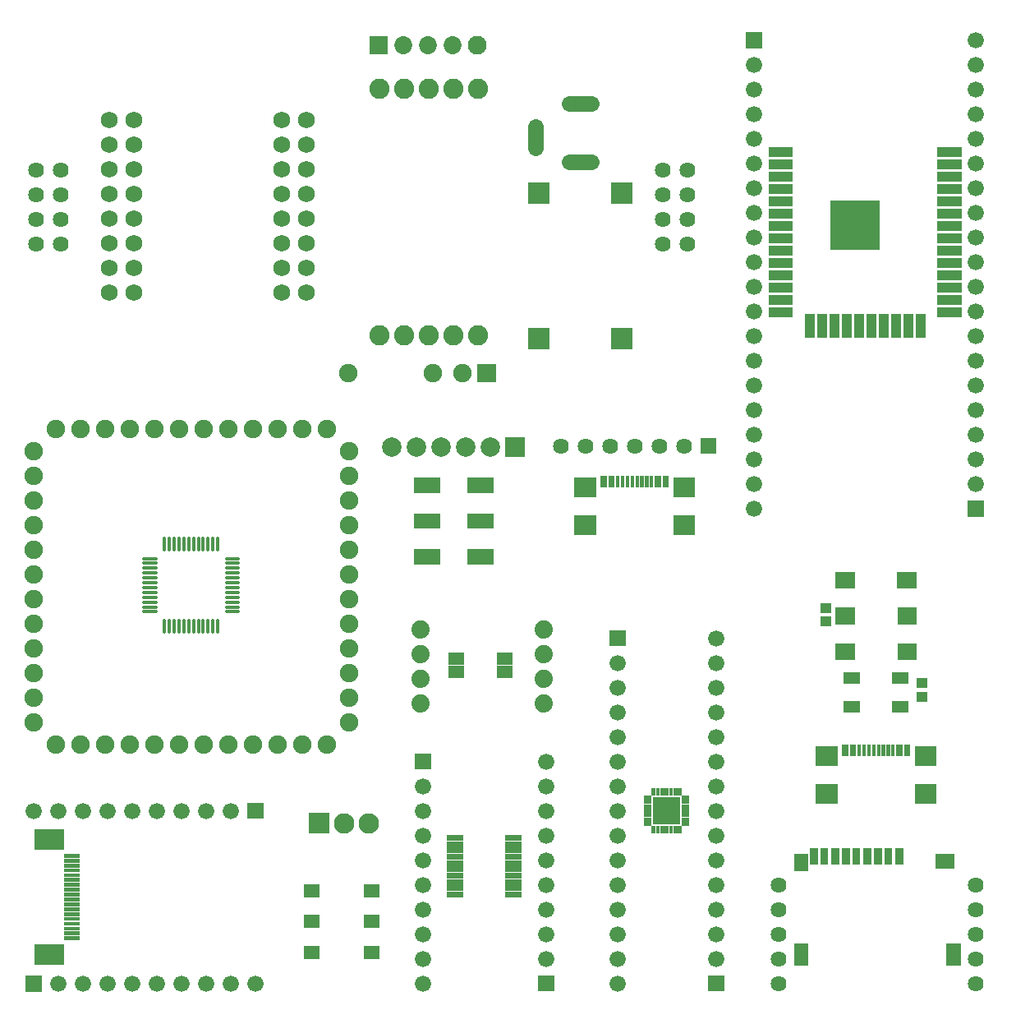
<source format=gts>
G04 Layer: TopSolderMaskLayer*
G04 EasyEDA v6.5.1, 2022-03-29 23:29:47*
G04 6fa140fc38934b6497cce4c8c0035c65,6efad7caf7c64316809b4ed48508c700,10*
G04 Gerber Generator version 0.2*
G04 Scale: 100 percent, Rotated: No, Reflected: No *
G04 Dimensions in millimeters *
G04 leading zeros omitted , absolute positions ,4 integer and 5 decimal *
%FSLAX45Y45*%
%MOMM*%

%ADD48C,1.8796*%
%ADD64C,0.3700*%
%ADD65C,1.6016*%
%ADD68R,2.0032X1.7032*%
%ADD72C,1.6256*%
%ADD73C,2.0032*%
%ADD75C,1.9032*%
%ADD77C,2.1016*%
%ADD96C,1.8516*%
%ADD97C,1.9532*%
%ADD98C,1.9016*%
%ADD100C,1.7272*%
%ADD101C,2.0828*%
%ADD103R,1.6764X1.6764*%
%ADD104C,1.6764*%

%LPD*%
D64*
X1490294Y-6116594D02*
G01*
X1490294Y-6239593D01*
X1540306Y-6116594D02*
G01*
X1540306Y-6239593D01*
X1590294Y-6116594D02*
G01*
X1590294Y-6239593D01*
X1640306Y-6116594D02*
G01*
X1640306Y-6239593D01*
X1690293Y-6116594D02*
G01*
X1690293Y-6239593D01*
X1740306Y-6116594D02*
G01*
X1740306Y-6239593D01*
X1790293Y-6116594D02*
G01*
X1790293Y-6239593D01*
X1840306Y-6116594D02*
G01*
X1840306Y-6239593D01*
X1890293Y-6116594D02*
G01*
X1890293Y-6239593D01*
X1940306Y-6116594D02*
G01*
X1940306Y-6239593D01*
X1990293Y-6116594D02*
G01*
X1990293Y-6239593D01*
X2040305Y-6116594D02*
G01*
X2040305Y-6239593D01*
X2128794Y-6028105D02*
G01*
X2251793Y-6028105D01*
X2128794Y-5978093D02*
G01*
X2251793Y-5978093D01*
X2128794Y-5928105D02*
G01*
X2251793Y-5928105D01*
X2128794Y-5878093D02*
G01*
X2251793Y-5878093D01*
X2128794Y-5828106D02*
G01*
X2251793Y-5828106D01*
X2128794Y-5778093D02*
G01*
X2251793Y-5778093D01*
X2128794Y-5728106D02*
G01*
X2251793Y-5728106D01*
X2128794Y-5678093D02*
G01*
X2251793Y-5678093D01*
X2128794Y-5628106D02*
G01*
X2251793Y-5628106D01*
X2128794Y-5578094D02*
G01*
X2251793Y-5578094D01*
X2128794Y-5528106D02*
G01*
X2251793Y-5528106D01*
X2128794Y-5478094D02*
G01*
X2251793Y-5478094D01*
X2040305Y-5266608D02*
G01*
X2040305Y-5389608D01*
X1990293Y-5266608D02*
G01*
X1990293Y-5389608D01*
X1940306Y-5266608D02*
G01*
X1940306Y-5389608D01*
X1890293Y-5266608D02*
G01*
X1890293Y-5389608D01*
X1840306Y-5266608D02*
G01*
X1840306Y-5389608D01*
X1790293Y-5266608D02*
G01*
X1790293Y-5389608D01*
X1740306Y-5266608D02*
G01*
X1740306Y-5389608D01*
X1690293Y-5266608D02*
G01*
X1690293Y-5389608D01*
X1640306Y-5266608D02*
G01*
X1640306Y-5389608D01*
X1590294Y-5266608D02*
G01*
X1590294Y-5389608D01*
X1540306Y-5266608D02*
G01*
X1540306Y-5389608D01*
X1490294Y-5266608D02*
G01*
X1490294Y-5389608D01*
X1278808Y-5478094D02*
G01*
X1401808Y-5478094D01*
X1278808Y-5528106D02*
G01*
X1401808Y-5528106D01*
X1278808Y-5578094D02*
G01*
X1401808Y-5578094D01*
X1278808Y-5628106D02*
G01*
X1401808Y-5628106D01*
X1278808Y-5678093D02*
G01*
X1401808Y-5678093D01*
X1278808Y-5728106D02*
G01*
X1401808Y-5728106D01*
X1278808Y-5778093D02*
G01*
X1401808Y-5778093D01*
X1278808Y-5828106D02*
G01*
X1401808Y-5828106D01*
X1278808Y-5878093D02*
G01*
X1401808Y-5878093D01*
X1278808Y-5928105D02*
G01*
X1401808Y-5928105D01*
X1278808Y-5978093D02*
G01*
X1401808Y-5978093D01*
X1278808Y-6028105D02*
G01*
X1401808Y-6028105D01*
D65*
X5313756Y-1252237D02*
G01*
X5313756Y-1032238D01*
X5663831Y-792226D02*
G01*
X5893831Y-792226D01*
X5893831Y-1392173D02*
G01*
X5663831Y-1392173D01*
G36*
X8250427Y-6178042D02*
G01*
X8250427Y-6077712D01*
X8360918Y-6077712D01*
X8360918Y-6178042D01*
G37*
G36*
X8250427Y-6038087D02*
G01*
X8250427Y-5937757D01*
X8360918Y-5937757D01*
X8360918Y-6038087D01*
G37*
G36*
X8491220Y-6768084D02*
G01*
X8491220Y-6647942D01*
X8661400Y-6647942D01*
X8661400Y-6768084D01*
G37*
G36*
X8491220Y-7068058D02*
G01*
X8491220Y-6947915D01*
X8661400Y-6947915D01*
X8661400Y-7068058D01*
G37*
G36*
X8991091Y-7068058D02*
G01*
X8991091Y-6947915D01*
X9161525Y-6947915D01*
X9161525Y-7068058D01*
G37*
G36*
X8991091Y-6768084D02*
G01*
X8991091Y-6647942D01*
X9161525Y-6647942D01*
X9161525Y-6768084D01*
G37*
D68*
G01*
X9146387Y-5700598D03*
G36*
X9046209Y-6155689D02*
G01*
X9046209Y-5985510D01*
X9246615Y-5985510D01*
X9246615Y-6155689D01*
G37*
G36*
X9046209Y-6525768D02*
G01*
X9046209Y-6355334D01*
X9246615Y-6355334D01*
X9246615Y-6525768D01*
G37*
G36*
X8406129Y-5785865D02*
G01*
X8406129Y-5615431D01*
X8606536Y-5615431D01*
X8606536Y-5785865D01*
G37*
G36*
X8406129Y-6155689D02*
G01*
X8406129Y-5985510D01*
X8606536Y-5985510D01*
X8606536Y-6155689D01*
G37*
G36*
X8406129Y-6525768D02*
G01*
X8406129Y-6355334D01*
X8606536Y-6355334D01*
X8606536Y-6525768D01*
G37*
G36*
X9225788Y-7614920D02*
G01*
X9225788Y-7409942D01*
X9449054Y-7409942D01*
X9449054Y-7614920D01*
G37*
G36*
X8203945Y-7614920D02*
G01*
X8203945Y-7409942D01*
X8426958Y-7409942D01*
X8426958Y-7614920D01*
G37*
G36*
X9225788Y-8007858D02*
G01*
X9225788Y-7802879D01*
X9449054Y-7802879D01*
X9449054Y-8007858D01*
G37*
G36*
X8203945Y-8007858D02*
G01*
X8203945Y-7802879D01*
X8426958Y-7802879D01*
X8426958Y-8007858D01*
G37*
G36*
X8473947Y-7514844D02*
G01*
X8473947Y-7394955D01*
X8538972Y-7394955D01*
X8538972Y-7514844D01*
G37*
G36*
X8553958Y-7514844D02*
G01*
X8553958Y-7394955D01*
X8618981Y-7394955D01*
X8618981Y-7514844D01*
G37*
G36*
X9033763Y-7514844D02*
G01*
X9033763Y-7394955D01*
X9099041Y-7394955D01*
X9099041Y-7514844D01*
G37*
G36*
X9113774Y-7514844D02*
G01*
X9113774Y-7394955D01*
X9179052Y-7394955D01*
X9179052Y-7514844D01*
G37*
G36*
X8983979Y-7514844D02*
G01*
X8983979Y-7394955D01*
X9019031Y-7394955D01*
X9019031Y-7514844D01*
G37*
G36*
X8683752Y-7514844D02*
G01*
X8683752Y-7394955D01*
X8719058Y-7394955D01*
X8719058Y-7514844D01*
G37*
G36*
X8933941Y-7514844D02*
G01*
X8933941Y-7394955D01*
X8968993Y-7394955D01*
X8968993Y-7514844D01*
G37*
G36*
X8633968Y-7514844D02*
G01*
X8633968Y-7394955D01*
X8669020Y-7394955D01*
X8669020Y-7514844D01*
G37*
G36*
X8733790Y-7514844D02*
G01*
X8733790Y-7394955D01*
X8768841Y-7394955D01*
X8768841Y-7514844D01*
G37*
G36*
X8883904Y-7514844D02*
G01*
X8883904Y-7394955D01*
X8918956Y-7394955D01*
X8918956Y-7514844D01*
G37*
G36*
X8783827Y-7514844D02*
G01*
X8783827Y-7394955D01*
X8818879Y-7394955D01*
X8818879Y-7514844D01*
G37*
G36*
X8833865Y-7514844D02*
G01*
X8833865Y-7394955D01*
X8868918Y-7394955D01*
X8868918Y-7514844D01*
G37*
G36*
X9241281Y-6812787D02*
G01*
X9241281Y-6712458D01*
X9351518Y-6712458D01*
X9351518Y-6812787D01*
G37*
G36*
X9241281Y-6952742D02*
G01*
X9241281Y-6852412D01*
X9351518Y-6852412D01*
X9351518Y-6952742D01*
G37*
D72*
G01*
X7823200Y-8839200D03*
G01*
X7823200Y-9093200D03*
G01*
X7823200Y-9347200D03*
G01*
X7823200Y-9601200D03*
G01*
X7823200Y-9855200D03*
G01*
X9855200Y-9855200D03*
G01*
X9855200Y-9601200D03*
G01*
X9855200Y-9347200D03*
G01*
X9855200Y-9093200D03*
G01*
X9855200Y-8839200D03*
D73*
G01*
X3835400Y-4330700D03*
G01*
X4089400Y-4330700D03*
G01*
X4343400Y-4330700D03*
G01*
X4597400Y-4330700D03*
G01*
X4851400Y-4330700D03*
G36*
X5005324Y-4430776D02*
G01*
X5005324Y-4230623D01*
X5205475Y-4230623D01*
X5205475Y-4430776D01*
G37*
D48*
G01*
X5397500Y-6210300D03*
G01*
X5397500Y-6464300D03*
G01*
X5397500Y-6718300D03*
G01*
X5397500Y-6972300D03*
G01*
X4127500Y-6972300D03*
G01*
X4127500Y-6718300D03*
G01*
X4127500Y-6464300D03*
G01*
X4127500Y-6210300D03*
D75*
G01*
X368300Y-4140200D03*
G01*
X3162300Y-4140200D03*
G01*
X2908300Y-4140200D03*
G01*
X622300Y-4140200D03*
G01*
X876300Y-4140200D03*
G01*
X1130300Y-4140200D03*
G01*
X1384300Y-4140200D03*
G01*
X1638300Y-4140200D03*
G01*
X1892300Y-4140200D03*
G01*
X2146300Y-4140200D03*
G01*
X2400300Y-4140200D03*
G01*
X2654300Y-4140200D03*
G01*
X3390900Y-4368800D03*
G01*
X3390900Y-7162800D03*
G01*
X3390900Y-6908800D03*
G01*
X3390900Y-4622800D03*
G01*
X3390900Y-4876800D03*
G01*
X3390900Y-5130800D03*
G01*
X3390900Y-5384800D03*
G01*
X3390900Y-5638800D03*
G01*
X3390900Y-5892800D03*
G01*
X3390900Y-6146800D03*
G01*
X3390900Y-6400800D03*
G01*
X3390900Y-6654800D03*
G01*
X3162300Y-7391400D03*
G01*
X368300Y-7391400D03*
G01*
X622300Y-7391400D03*
G01*
X2908300Y-7391400D03*
G01*
X2654300Y-7391400D03*
G01*
X2400300Y-7391400D03*
G01*
X2146300Y-7391400D03*
G01*
X1892300Y-7391400D03*
G01*
X1638300Y-7391400D03*
G01*
X1384300Y-7391400D03*
G01*
X1130300Y-7391400D03*
G01*
X876300Y-7391400D03*
G01*
X139700Y-7162800D03*
G01*
X139700Y-4368800D03*
G01*
X139700Y-4622800D03*
G01*
X139700Y-6908800D03*
G01*
X139700Y-6654800D03*
G01*
X139700Y-6400800D03*
G01*
X139700Y-6146800D03*
G01*
X139700Y-5892800D03*
G01*
X139700Y-5638800D03*
G01*
X139700Y-5384800D03*
G01*
X139700Y-5130800D03*
G01*
X139700Y-4876800D03*
G36*
X2980943Y-8309355D02*
G01*
X2980943Y-8099044D01*
X3191256Y-8099044D01*
X3191256Y-8309355D01*
G37*
D77*
G01*
X3340100Y-8204200D03*
G01*
X3594100Y-8204200D03*
D72*
G01*
X5575300Y-4318000D03*
G01*
X5829300Y-4318000D03*
G01*
X6083300Y-4318000D03*
G01*
X6337300Y-4318000D03*
G01*
X6591300Y-4318000D03*
G01*
X6845300Y-4318000D03*
G36*
X7018020Y-4399279D02*
G01*
X7018020Y-4236720D01*
X7180579Y-4236720D01*
X7180579Y-4399279D01*
G37*
G36*
X2924302Y-9608312D02*
G01*
X2924302Y-9473184D01*
X3084322Y-9473184D01*
X3084322Y-9608312D01*
G37*
G36*
X2925063Y-8967215D02*
G01*
X2925063Y-8832087D01*
X3085084Y-8832087D01*
X3085084Y-8967215D01*
G37*
G36*
X2925063Y-9287255D02*
G01*
X2925063Y-9152128D01*
X3085084Y-9152128D01*
X3085084Y-9287255D01*
G37*
G36*
X3544315Y-9608312D02*
G01*
X3544315Y-9473184D01*
X3704336Y-9473184D01*
X3704336Y-9608312D01*
G37*
G36*
X3545077Y-8967215D02*
G01*
X3545077Y-8832087D01*
X3705097Y-8832087D01*
X3705097Y-8967215D01*
G37*
G36*
X3545077Y-9287255D02*
G01*
X3545077Y-9152128D01*
X3705097Y-9152128D01*
X3705097Y-9287255D01*
G37*
G36*
X9025127Y-8634729D02*
G01*
X9025127Y-8464550D01*
X9105391Y-8464550D01*
X9105391Y-8634729D01*
G37*
G36*
X8913368Y-8634729D02*
G01*
X8913368Y-8464550D01*
X8993631Y-8464550D01*
X8993631Y-8634729D01*
G37*
G36*
X8804147Y-8634729D02*
G01*
X8804147Y-8464550D01*
X8884411Y-8464550D01*
X8884411Y-8634729D01*
G37*
G36*
X8694927Y-8634729D02*
G01*
X8694927Y-8464550D01*
X8775191Y-8464550D01*
X8775191Y-8634729D01*
G37*
G36*
X8583168Y-8634729D02*
G01*
X8583168Y-8464550D01*
X8663431Y-8464550D01*
X8663431Y-8634729D01*
G37*
G36*
X8473947Y-8634729D02*
G01*
X8473947Y-8464550D01*
X8554211Y-8464550D01*
X8554211Y-8634729D01*
G37*
G36*
X8364727Y-8634729D02*
G01*
X8364727Y-8464550D01*
X8444991Y-8464550D01*
X8444991Y-8634729D01*
G37*
G36*
X8252968Y-8634729D02*
G01*
X8252968Y-8464550D01*
X8333231Y-8464550D01*
X8333231Y-8634729D01*
G37*
G36*
X8143747Y-8634729D02*
G01*
X8143747Y-8464550D01*
X8224011Y-8464550D01*
X8224011Y-8634729D01*
G37*
G36*
X7979409Y-8695689D02*
G01*
X7979409Y-8525510D01*
X8129270Y-8525510D01*
X8129270Y-8695689D01*
G37*
G36*
X7979409Y-9675621D02*
G01*
X7979409Y-9445497D01*
X8129270Y-9445497D01*
X8129270Y-9675621D01*
G37*
G36*
X9439909Y-8675624D02*
G01*
X9439909Y-8525510D01*
X9630409Y-8525510D01*
X9630409Y-8675624D01*
G37*
G36*
X9549129Y-9675621D02*
G01*
X9549129Y-9445497D01*
X9699243Y-9445497D01*
X9699243Y-9675621D01*
G37*
G36*
X4060443Y-5542787D02*
G01*
X4060443Y-5382513D01*
X4330445Y-5382513D01*
X4330445Y-5542787D01*
G37*
G36*
X4060443Y-5172710D02*
G01*
X4060443Y-5012689D01*
X4330445Y-5012689D01*
X4330445Y-5172710D01*
G37*
G36*
X4060443Y-4802886D02*
G01*
X4060443Y-4642612D01*
X4330445Y-4642612D01*
X4330445Y-4802886D01*
G37*
G36*
X4610354Y-5542787D02*
G01*
X4610354Y-5382513D01*
X4880356Y-5382513D01*
X4880356Y-5542787D01*
G37*
G36*
X4610354Y-5172710D02*
G01*
X4610354Y-5012689D01*
X4880356Y-5012689D01*
X4880356Y-5172710D01*
G37*
G36*
X4610354Y-4802886D02*
G01*
X4610354Y-4642612D01*
X4880356Y-4642612D01*
X4880356Y-4802886D01*
G37*
G36*
X456437Y-9411208D02*
G01*
X456437Y-9371076D01*
X616712Y-9371076D01*
X616712Y-9411208D01*
G37*
G36*
X456437Y-9361170D02*
G01*
X456437Y-9321037D01*
X616712Y-9321037D01*
X616712Y-9361170D01*
G37*
G36*
X456437Y-9311386D02*
G01*
X456437Y-9271254D01*
X616712Y-9271254D01*
X616712Y-9311386D01*
G37*
G36*
X456437Y-9261347D02*
G01*
X456437Y-9221215D01*
X616712Y-9221215D01*
X616712Y-9261347D01*
G37*
G36*
X456437Y-9211310D02*
G01*
X456437Y-9171178D01*
X616712Y-9171178D01*
X616712Y-9211310D01*
G37*
G36*
X456437Y-9161271D02*
G01*
X456437Y-9121139D01*
X616712Y-9121139D01*
X616712Y-9161271D01*
G37*
G36*
X456437Y-9111234D02*
G01*
X456437Y-9071102D01*
X616712Y-9071102D01*
X616712Y-9111234D01*
G37*
G36*
X456437Y-9061195D02*
G01*
X456437Y-9021063D01*
X616712Y-9021063D01*
X616712Y-9061195D01*
G37*
G36*
X456437Y-9011412D02*
G01*
X456437Y-8971026D01*
X616712Y-8971026D01*
X616712Y-9011412D01*
G37*
G36*
X456437Y-8961374D02*
G01*
X456437Y-8921242D01*
X616712Y-8921242D01*
X616712Y-8961374D01*
G37*
G36*
X456437Y-8911336D02*
G01*
X456437Y-8871204D01*
X616712Y-8871204D01*
X616712Y-8911336D01*
G37*
G36*
X456437Y-8861297D02*
G01*
X456437Y-8821165D01*
X616712Y-8821165D01*
X616712Y-8861297D01*
G37*
G36*
X456437Y-8811260D02*
G01*
X456437Y-8771128D01*
X616712Y-8771128D01*
X616712Y-8811260D01*
G37*
G36*
X456437Y-8761221D02*
G01*
X456437Y-8721089D01*
X616712Y-8721089D01*
X616712Y-8761221D01*
G37*
G36*
X456437Y-8711184D02*
G01*
X456437Y-8671052D01*
X616712Y-8671052D01*
X616712Y-8711184D01*
G37*
G36*
X456437Y-8661400D02*
G01*
X456437Y-8621013D01*
X616712Y-8621013D01*
X616712Y-8661400D01*
G37*
G36*
X146557Y-9661397D02*
G01*
X146557Y-9451086D01*
X456692Y-9451086D01*
X456692Y-9661397D01*
G37*
G36*
X146557Y-8481313D02*
G01*
X146557Y-8271002D01*
X456692Y-8271002D01*
X456692Y-8481313D01*
G37*
G36*
X456437Y-8611362D02*
G01*
X456437Y-8571229D01*
X616712Y-8571229D01*
X616712Y-8611362D01*
G37*
G36*
X456437Y-8561324D02*
G01*
X456437Y-8521192D01*
X616712Y-8521192D01*
X616712Y-8561324D01*
G37*
G36*
X6736841Y-4846320D02*
G01*
X6736841Y-4641342D01*
X6959854Y-4641342D01*
X6959854Y-4846320D01*
G37*
G36*
X5714745Y-4846320D02*
G01*
X5714745Y-4641342D01*
X5937758Y-4641342D01*
X5937758Y-4846320D01*
G37*
G36*
X6736841Y-5239257D02*
G01*
X6736841Y-5034279D01*
X6959854Y-5034279D01*
X6959854Y-5239257D01*
G37*
G36*
X5714745Y-5239257D02*
G01*
X5714745Y-5034279D01*
X5937758Y-5034279D01*
X5937758Y-5239257D01*
G37*
G36*
X5984747Y-4746244D02*
G01*
X5984747Y-4626355D01*
X6049772Y-4626355D01*
X6049772Y-4746244D01*
G37*
G36*
X6064758Y-4746244D02*
G01*
X6064758Y-4626355D01*
X6129781Y-4626355D01*
X6129781Y-4746244D01*
G37*
G36*
X6544818Y-4746244D02*
G01*
X6544818Y-4626355D01*
X6609841Y-4626355D01*
X6609841Y-4746244D01*
G37*
G36*
X6624827Y-4746244D02*
G01*
X6624827Y-4626355D01*
X6689852Y-4626355D01*
X6689852Y-4746244D01*
G37*
G36*
X6494779Y-4746244D02*
G01*
X6494779Y-4626355D01*
X6529831Y-4626355D01*
X6529831Y-4746244D01*
G37*
G36*
X6194806Y-4746244D02*
G01*
X6194806Y-4626355D01*
X6229858Y-4626355D01*
X6229858Y-4746244D01*
G37*
G36*
X6444741Y-4746244D02*
G01*
X6444741Y-4626355D01*
X6479793Y-4626355D01*
X6479793Y-4746244D01*
G37*
G36*
X6144768Y-4746244D02*
G01*
X6144768Y-4626355D01*
X6179820Y-4626355D01*
X6179820Y-4746244D01*
G37*
G36*
X6244843Y-4746244D02*
G01*
X6244843Y-4626355D01*
X6279895Y-4626355D01*
X6279895Y-4746244D01*
G37*
G36*
X6394704Y-4746244D02*
G01*
X6394704Y-4626355D01*
X6429756Y-4626355D01*
X6429756Y-4746244D01*
G37*
G36*
X6294881Y-4746244D02*
G01*
X6294881Y-4626355D01*
X6329934Y-4626355D01*
X6329934Y-4746244D01*
G37*
G36*
X6344665Y-4746244D02*
G01*
X6344665Y-4626355D01*
X6379718Y-4626355D01*
X6379718Y-4746244D01*
G37*
G36*
X4419600Y-6511544D02*
G01*
X4419600Y-6450584D01*
X4579620Y-6450584D01*
X4579620Y-6511544D01*
G37*
G36*
X4419600Y-6576568D02*
G01*
X4419600Y-6515607D01*
X4579620Y-6515607D01*
X4579620Y-6576568D01*
G37*
G36*
X4419600Y-6641592D02*
G01*
X4419600Y-6580631D01*
X4579620Y-6580631D01*
X4579620Y-6641592D01*
G37*
G36*
X4419600Y-6706615D02*
G01*
X4419600Y-6645655D01*
X4579620Y-6645655D01*
X4579620Y-6706615D01*
G37*
G36*
X4919979Y-6706615D02*
G01*
X4919979Y-6645655D01*
X5080000Y-6645655D01*
X5080000Y-6706615D01*
G37*
G36*
X4919979Y-6641592D02*
G01*
X4919979Y-6580631D01*
X5080000Y-6580631D01*
X5080000Y-6641592D01*
G37*
G36*
X4919979Y-6576568D02*
G01*
X4919979Y-6515607D01*
X5080000Y-6515607D01*
X5080000Y-6576568D01*
G37*
G36*
X4919979Y-6511544D02*
G01*
X4919979Y-6450584D01*
X5080000Y-6450584D01*
X5080000Y-6511544D01*
G37*
G36*
X6647434Y-7922260D02*
G01*
X6647434Y-7841995D01*
X6687565Y-7841995D01*
X6687565Y-7922260D01*
G37*
G36*
X6602222Y-7922260D02*
G01*
X6602222Y-7841995D01*
X6642608Y-7841995D01*
X6642608Y-7922260D01*
G37*
G36*
X6557263Y-7922260D02*
G01*
X6557263Y-7841995D01*
X6597650Y-7841995D01*
X6597650Y-7922260D01*
G37*
G36*
X6512306Y-7922260D02*
G01*
X6512306Y-7841995D01*
X6552691Y-7841995D01*
X6552691Y-7922260D01*
G37*
G36*
X6692391Y-7922260D02*
G01*
X6692391Y-7841995D01*
X6732777Y-7841995D01*
X6732777Y-7922260D01*
G37*
G36*
X6737350Y-7922260D02*
G01*
X6737350Y-7841995D01*
X6777736Y-7841995D01*
X6777736Y-7922260D01*
G37*
G36*
X6782308Y-7922260D02*
G01*
X6782308Y-7841995D01*
X6822693Y-7841995D01*
X6822693Y-7922260D01*
G37*
G36*
X6432295Y-7962392D02*
G01*
X6432295Y-7922005D01*
X6512559Y-7922005D01*
X6512559Y-7962392D01*
G37*
G36*
X6432295Y-8007350D02*
G01*
X6432295Y-7966963D01*
X6512559Y-7966963D01*
X6512559Y-8007350D01*
G37*
G36*
X6432295Y-8052308D02*
G01*
X6432295Y-8011921D01*
X6512559Y-8011921D01*
X6512559Y-8052308D01*
G37*
G36*
X6432295Y-8097265D02*
G01*
X6432295Y-8057134D01*
X6512559Y-8057134D01*
X6512559Y-8097265D01*
G37*
G36*
X6432295Y-8142478D02*
G01*
X6432295Y-8102092D01*
X6512559Y-8102092D01*
X6512559Y-8142478D01*
G37*
G36*
X6432295Y-8187436D02*
G01*
X6432295Y-8147050D01*
X6512559Y-8147050D01*
X6512559Y-8187436D01*
G37*
G36*
X6432295Y-8232394D02*
G01*
X6432295Y-8192008D01*
X6512559Y-8192008D01*
X6512559Y-8232394D01*
G37*
G36*
X6512306Y-8312404D02*
G01*
X6512306Y-8232139D01*
X6552691Y-8232139D01*
X6552691Y-8312404D01*
G37*
G36*
X6557263Y-8312404D02*
G01*
X6557263Y-8232139D01*
X6597650Y-8232139D01*
X6597650Y-8312404D01*
G37*
G36*
X6602222Y-8312404D02*
G01*
X6602222Y-8232139D01*
X6642608Y-8232139D01*
X6642608Y-8312404D01*
G37*
G36*
X6647434Y-8312404D02*
G01*
X6647434Y-8232139D01*
X6687565Y-8232139D01*
X6687565Y-8312404D01*
G37*
G36*
X6692391Y-8312404D02*
G01*
X6692391Y-8232139D01*
X6732777Y-8232139D01*
X6732777Y-8312404D01*
G37*
G36*
X6737350Y-8312404D02*
G01*
X6737350Y-8232139D01*
X6777736Y-8232139D01*
X6777736Y-8312404D01*
G37*
G36*
X6782308Y-8312404D02*
G01*
X6782308Y-8232139D01*
X6822693Y-8232139D01*
X6822693Y-8312404D01*
G37*
G36*
X6822440Y-8232394D02*
G01*
X6822440Y-8192008D01*
X6902704Y-8192008D01*
X6902704Y-8232394D01*
G37*
G36*
X6822440Y-8187436D02*
G01*
X6822440Y-8147050D01*
X6902704Y-8147050D01*
X6902704Y-8187436D01*
G37*
G36*
X6822440Y-8142478D02*
G01*
X6822440Y-8102092D01*
X6902704Y-8102092D01*
X6902704Y-8142478D01*
G37*
G36*
X6822440Y-8097265D02*
G01*
X6822440Y-8057134D01*
X6902704Y-8057134D01*
X6902704Y-8097265D01*
G37*
G36*
X6822440Y-8052308D02*
G01*
X6822440Y-8011921D01*
X6902704Y-8011921D01*
X6902704Y-8052308D01*
G37*
G36*
X6822440Y-8007350D02*
G01*
X6822440Y-7966963D01*
X6902704Y-7966963D01*
X6902704Y-8007350D01*
G37*
G36*
X6822440Y-7962392D02*
G01*
X6822440Y-7922005D01*
X6902704Y-7922005D01*
X6902704Y-7962392D01*
G37*
G36*
X6527291Y-8219439D02*
G01*
X6527291Y-7939023D01*
X6807708Y-7939023D01*
X6807708Y-8219439D01*
G37*
G36*
X7717027Y-1338071D02*
G01*
X7717027Y-1237742D01*
X7967218Y-1237742D01*
X7967218Y-1338071D01*
G37*
G36*
X7717027Y-1465071D02*
G01*
X7717027Y-1364742D01*
X7967218Y-1364742D01*
X7967218Y-1465071D01*
G37*
G36*
X7717027Y-1592071D02*
G01*
X7717027Y-1491742D01*
X7967218Y-1491742D01*
X7967218Y-1592071D01*
G37*
G36*
X7717027Y-1719071D02*
G01*
X7717027Y-1618742D01*
X7967218Y-1618742D01*
X7967218Y-1719071D01*
G37*
G36*
X7717027Y-1846071D02*
G01*
X7717027Y-1745742D01*
X7967218Y-1745742D01*
X7967218Y-1846071D01*
G37*
G36*
X7717027Y-1973071D02*
G01*
X7717027Y-1872742D01*
X7967218Y-1872742D01*
X7967218Y-1973071D01*
G37*
G36*
X7717027Y-2100071D02*
G01*
X7717027Y-1999742D01*
X7967218Y-1999742D01*
X7967218Y-2100071D01*
G37*
G36*
X7717027Y-2227071D02*
G01*
X7717027Y-2126742D01*
X7967218Y-2126742D01*
X7967218Y-2227071D01*
G37*
G36*
X7717027Y-2354071D02*
G01*
X7717027Y-2253742D01*
X7967218Y-2253742D01*
X7967218Y-2354071D01*
G37*
G36*
X7717027Y-2481071D02*
G01*
X7717027Y-2380742D01*
X7967218Y-2380742D01*
X7967218Y-2481071D01*
G37*
G36*
X7717027Y-2608071D02*
G01*
X7717027Y-2507742D01*
X7967218Y-2507742D01*
X7967218Y-2608071D01*
G37*
G36*
X7717027Y-2735071D02*
G01*
X7717027Y-2634742D01*
X7967218Y-2634742D01*
X7967218Y-2735071D01*
G37*
G36*
X7717027Y-2862071D02*
G01*
X7717027Y-2761742D01*
X7967218Y-2761742D01*
X7967218Y-2862071D01*
G37*
G36*
X7717027Y-2989071D02*
G01*
X7717027Y-2888742D01*
X7967218Y-2888742D01*
X7967218Y-2989071D01*
G37*
G36*
X8090661Y-3205987D02*
G01*
X8090661Y-2955797D01*
X8190738Y-2955797D01*
X8190738Y-3205987D01*
G37*
G36*
X8217661Y-3205987D02*
G01*
X8217661Y-2955797D01*
X8317738Y-2955797D01*
X8317738Y-3205987D01*
G37*
G36*
X8344661Y-3205987D02*
G01*
X8344661Y-2955797D01*
X8444738Y-2955797D01*
X8444738Y-3205987D01*
G37*
G36*
X8471661Y-3205987D02*
G01*
X8471661Y-2955797D01*
X8571738Y-2955797D01*
X8571738Y-3205987D01*
G37*
G36*
X8598661Y-3205987D02*
G01*
X8598661Y-2955797D01*
X8698738Y-2955797D01*
X8698738Y-3205987D01*
G37*
G36*
X8725661Y-3205987D02*
G01*
X8725661Y-2955797D01*
X8825738Y-2955797D01*
X8825738Y-3205987D01*
G37*
G36*
X8852661Y-3205987D02*
G01*
X8852661Y-2955797D01*
X8952738Y-2955797D01*
X8952738Y-3205987D01*
G37*
G36*
X8979661Y-3205987D02*
G01*
X8979661Y-2955797D01*
X9079738Y-2955797D01*
X9079738Y-3205987D01*
G37*
G36*
X9106661Y-3205987D02*
G01*
X9106661Y-2955797D01*
X9206738Y-2955797D01*
X9206738Y-3205987D01*
G37*
G36*
X9233661Y-3205987D02*
G01*
X9233661Y-2955797D01*
X9333738Y-2955797D01*
X9333738Y-3205987D01*
G37*
G36*
X9457181Y-2989071D02*
G01*
X9457181Y-2888742D01*
X9707372Y-2888742D01*
X9707372Y-2989071D01*
G37*
G36*
X9457181Y-2862071D02*
G01*
X9457181Y-2761742D01*
X9707372Y-2761742D01*
X9707372Y-2862071D01*
G37*
G36*
X9457181Y-2735071D02*
G01*
X9457181Y-2634742D01*
X9707372Y-2634742D01*
X9707372Y-2735071D01*
G37*
G36*
X9457181Y-2608071D02*
G01*
X9457181Y-2507742D01*
X9707372Y-2507742D01*
X9707372Y-2608071D01*
G37*
G36*
X9457181Y-2481071D02*
G01*
X9457181Y-2380742D01*
X9707372Y-2380742D01*
X9707372Y-2481071D01*
G37*
G36*
X9457181Y-2354071D02*
G01*
X9457181Y-2253742D01*
X9707372Y-2253742D01*
X9707372Y-2354071D01*
G37*
G36*
X9457181Y-2227071D02*
G01*
X9457181Y-2126742D01*
X9707372Y-2126742D01*
X9707372Y-2227071D01*
G37*
G36*
X9457181Y-2100071D02*
G01*
X9457181Y-1999742D01*
X9707372Y-1999742D01*
X9707372Y-2100071D01*
G37*
G36*
X9457181Y-1973071D02*
G01*
X9457181Y-1872742D01*
X9707372Y-1872742D01*
X9707372Y-1973071D01*
G37*
G36*
X9457181Y-1846071D02*
G01*
X9457181Y-1745742D01*
X9707372Y-1745742D01*
X9707372Y-1846071D01*
G37*
G36*
X9457181Y-1719071D02*
G01*
X9457181Y-1618742D01*
X9707372Y-1618742D01*
X9707372Y-1719071D01*
G37*
G36*
X9457181Y-1592071D02*
G01*
X9457181Y-1491742D01*
X9707372Y-1491742D01*
X9707372Y-1592071D01*
G37*
G36*
X9457181Y-1465071D02*
G01*
X9457181Y-1364742D01*
X9707372Y-1364742D01*
X9707372Y-1465071D01*
G37*
G36*
X9457181Y-1338071D02*
G01*
X9457181Y-1237742D01*
X9707372Y-1237742D01*
X9707372Y-1338071D01*
G37*
G36*
X8355329Y-2297176D02*
G01*
X8355329Y-1787144D01*
X8865615Y-1787144D01*
X8865615Y-2297176D01*
G37*
G36*
X5003038Y-8711437D02*
G01*
X5003038Y-8650986D01*
X5172709Y-8650986D01*
X5172709Y-8711437D01*
G37*
G36*
X5003038Y-8646413D02*
G01*
X5003038Y-8586215D01*
X5172709Y-8586215D01*
X5172709Y-8646413D01*
G37*
G36*
X5003038Y-8581389D02*
G01*
X5003038Y-8521192D01*
X5172709Y-8521192D01*
X5172709Y-8581389D01*
G37*
G36*
X5003038Y-8516365D02*
G01*
X5003038Y-8456168D01*
X5172709Y-8456168D01*
X5172709Y-8516365D01*
G37*
G36*
X4403343Y-8906255D02*
G01*
X4403343Y-8846058D01*
X4573015Y-8846058D01*
X4573015Y-8906255D01*
G37*
G36*
X5003038Y-8906255D02*
G01*
X5003038Y-8846058D01*
X5172709Y-8846058D01*
X5172709Y-8906255D01*
G37*
G36*
X5003038Y-8841486D02*
G01*
X5003038Y-8781034D01*
X5172709Y-8781034D01*
X5172709Y-8841486D01*
G37*
G36*
X5003038Y-8776462D02*
G01*
X5003038Y-8716010D01*
X5172709Y-8716010D01*
X5172709Y-8776462D01*
G37*
G36*
X4402836Y-8451342D02*
G01*
X4402836Y-8391144D01*
X4572508Y-8391144D01*
X4572508Y-8451342D01*
G37*
G36*
X4402836Y-8516365D02*
G01*
X4402836Y-8456168D01*
X4572508Y-8456168D01*
X4572508Y-8516365D01*
G37*
G36*
X4402836Y-8581389D02*
G01*
X4402836Y-8520937D01*
X4572508Y-8520937D01*
X4572508Y-8581389D01*
G37*
G36*
X4402836Y-8646413D02*
G01*
X4402836Y-8585962D01*
X4572508Y-8585962D01*
X4572508Y-8646413D01*
G37*
G36*
X4402836Y-8711437D02*
G01*
X4402836Y-8650986D01*
X4572508Y-8650986D01*
X4572508Y-8711437D01*
G37*
G36*
X4402836Y-8776462D02*
G01*
X4402836Y-8716010D01*
X4572508Y-8716010D01*
X4572508Y-8776462D01*
G37*
G36*
X5003038Y-8451342D02*
G01*
X5003038Y-8391144D01*
X5172709Y-8391144D01*
X5172709Y-8451342D01*
G37*
G36*
X4403343Y-8841486D02*
G01*
X4403343Y-8781034D01*
X4573015Y-8781034D01*
X4573015Y-8841486D01*
G37*
G36*
X5003291Y-8971279D02*
G01*
X5003291Y-8911081D01*
X5172963Y-8911081D01*
X5172963Y-8971279D01*
G37*
G36*
X5003038Y-8386318D02*
G01*
X5003038Y-8326120D01*
X5172709Y-8326120D01*
X5172709Y-8386318D01*
G37*
G36*
X4402836Y-8386318D02*
G01*
X4402836Y-8326120D01*
X4572508Y-8326120D01*
X4572508Y-8386318D01*
G37*
G36*
X4402836Y-8971279D02*
G01*
X4402836Y-8911081D01*
X4572508Y-8911081D01*
X4572508Y-8971279D01*
G37*
G36*
X3603243Y-282955D02*
G01*
X3603243Y-98044D01*
X3788156Y-98044D01*
X3788156Y-282955D01*
G37*
D96*
G01*
X3949700Y-190500D03*
G01*
X4203700Y-190500D03*
G01*
X4457700Y-190500D03*
D97*
G01*
X4711700Y-190500D03*
D98*
G01*
X4559300Y-3568700D03*
G36*
X4718304Y-3663695D02*
G01*
X4718304Y-3473704D01*
X4908295Y-3473704D01*
X4908295Y-3663695D01*
G37*
D100*
G01*
X922273Y-2736519D03*
G01*
X1176273Y-2736519D03*
G01*
X922273Y-2482519D03*
G01*
X1176273Y-2482519D03*
G01*
X922273Y-2228519D03*
G01*
X1176273Y-2228519D03*
G01*
X922273Y-1974519D03*
G01*
X1176273Y-1974519D03*
G01*
X922273Y-1720519D03*
G01*
X1176273Y-1720519D03*
G01*
X922273Y-1466519D03*
G01*
X1176273Y-1466519D03*
G01*
X922273Y-1212519D03*
G01*
X1176273Y-1212519D03*
G01*
X922273Y-958519D03*
G01*
X1176273Y-958519D03*
G01*
X2700274Y-2736519D03*
G01*
X2954274Y-2736519D03*
G01*
X2700274Y-2482519D03*
G01*
X2954274Y-2482519D03*
G01*
X2700274Y-2228519D03*
G01*
X2954274Y-2228519D03*
G01*
X2700274Y-1974519D03*
G01*
X2954274Y-1974519D03*
G01*
X2700274Y-1720519D03*
G01*
X2954274Y-1720519D03*
G01*
X2700274Y-1466519D03*
G01*
X2954274Y-1466519D03*
G01*
X2700274Y-1212519D03*
G01*
X2954274Y-1212519D03*
G01*
X2700274Y-958519D03*
G01*
X2954274Y-958519D03*
D98*
G01*
X4257700Y-3568700D03*
G01*
X3387699Y-3568700D03*
D101*
G01*
X3706799Y-3175000D03*
G01*
X3960799Y-3175000D03*
G01*
X4214799Y-3175000D03*
G01*
X4468799Y-3175000D03*
G01*
X4722799Y-3175000D03*
G01*
X3706799Y-635000D03*
G01*
X3960799Y-635000D03*
G01*
X4214799Y-635000D03*
G01*
X4468799Y-635000D03*
G01*
X4722799Y-635000D03*
D72*
G01*
X165100Y-1479397D03*
G01*
X419100Y-1479397D03*
G01*
X165100Y-1733397D03*
G01*
X419100Y-1733397D03*
G01*
X165100Y-1987397D03*
G01*
X419100Y-1987397D03*
G01*
X165100Y-2241397D03*
G01*
X419100Y-2241397D03*
G01*
X6627799Y-1479397D03*
G01*
X6881799Y-1479397D03*
G01*
X6627799Y-1733397D03*
G01*
X6881799Y-1733397D03*
G01*
X6627799Y-1987397D03*
G01*
X6881799Y-1987397D03*
G01*
X6627799Y-2241397D03*
G01*
X6881799Y-2241397D03*
G36*
X5241290Y-3323081D02*
G01*
X5241290Y-3102863D01*
X5461761Y-3102863D01*
X5461761Y-3323081D01*
G37*
G36*
X6097270Y-3323081D02*
G01*
X6097270Y-3102863D01*
X6317488Y-3102863D01*
X6317488Y-3323081D01*
G37*
G36*
X5241290Y-1826768D02*
G01*
X5241290Y-1606295D01*
X5461761Y-1606295D01*
X5461761Y-1826768D01*
G37*
G36*
X6097270Y-1826768D02*
G01*
X6097270Y-1606295D01*
X6317488Y-1606295D01*
X6317488Y-1826768D01*
G37*
D103*
G01*
X139700Y-9855200D03*
D104*
G01*
X393700Y-9855200D03*
G01*
X647700Y-9855200D03*
G01*
X901700Y-9855200D03*
G01*
X1155700Y-9855200D03*
G01*
X1409700Y-9855200D03*
G01*
X1663700Y-9855200D03*
G01*
X1917700Y-9855200D03*
G01*
X2171700Y-9855200D03*
G01*
X2425700Y-9855200D03*
G36*
X2341879Y-8161020D02*
G01*
X2341879Y-7993379D01*
X2509520Y-7993379D01*
X2509520Y-8161020D01*
G37*
G01*
X2171700Y-8077200D03*
G01*
X1917700Y-8077200D03*
G01*
X1663700Y-8077200D03*
G01*
X1409700Y-8077200D03*
G01*
X1155700Y-8077200D03*
G01*
X901700Y-8077200D03*
G01*
X647700Y-8077200D03*
G01*
X393700Y-8077200D03*
G01*
X139700Y-8077200D03*
G36*
X4069079Y-7653020D02*
G01*
X4069079Y-7485379D01*
X4236720Y-7485379D01*
X4236720Y-7653020D01*
G37*
G01*
X4152900Y-7823200D03*
G01*
X4152900Y-8077200D03*
G01*
X4152900Y-8331200D03*
G01*
X4152900Y-8585200D03*
G01*
X4152900Y-8839200D03*
G01*
X4152900Y-9093200D03*
G01*
X4152900Y-9347200D03*
G01*
X4152900Y-9601200D03*
G01*
X4152900Y-9855200D03*
G36*
X5339079Y-9939020D02*
G01*
X5339079Y-9771379D01*
X5506720Y-9771379D01*
X5506720Y-9939020D01*
G37*
G01*
X5422900Y-9601200D03*
G01*
X5422900Y-9347200D03*
G01*
X5422900Y-9093200D03*
G01*
X5422900Y-8839200D03*
G01*
X5422900Y-8585200D03*
G01*
X5422900Y-8331200D03*
G01*
X5422900Y-8077200D03*
G01*
X5422900Y-7823200D03*
G01*
X5422900Y-7569200D03*
G36*
X7091679Y-9939020D02*
G01*
X7091679Y-9771379D01*
X7259320Y-9771379D01*
X7259320Y-9939020D01*
G37*
G01*
X7175500Y-9601200D03*
G01*
X7175500Y-9347200D03*
G01*
X7175500Y-9093200D03*
G01*
X7175500Y-8839200D03*
G01*
X7175500Y-8585200D03*
G01*
X7175500Y-8331200D03*
G01*
X7175500Y-8077200D03*
G01*
X7175500Y-7823200D03*
G01*
X7175500Y-7569200D03*
G01*
X7175500Y-7315200D03*
G01*
X7175500Y-7061200D03*
G01*
X7175500Y-6807200D03*
G01*
X7175500Y-6553200D03*
G01*
X7175500Y-6299200D03*
G36*
X6075679Y-6383020D02*
G01*
X6075679Y-6215379D01*
X6243320Y-6215379D01*
X6243320Y-6383020D01*
G37*
G01*
X6159500Y-6553200D03*
G01*
X6159500Y-6807200D03*
G01*
X6159500Y-7061200D03*
G01*
X6159500Y-7315200D03*
G01*
X6159500Y-7569200D03*
G01*
X6159500Y-7823200D03*
G01*
X6159500Y-8077200D03*
G01*
X6159500Y-8331200D03*
G01*
X6159500Y-8585200D03*
G01*
X6159500Y-8839200D03*
G01*
X6159500Y-9093200D03*
G01*
X6159500Y-9347200D03*
G01*
X6159500Y-9601200D03*
G01*
X6159500Y-9855200D03*
G36*
X7485379Y-223520D02*
G01*
X7485379Y-55879D01*
X7653020Y-55879D01*
X7653020Y-223520D01*
G37*
G01*
X7569200Y-393700D03*
G01*
X7569200Y-647700D03*
G01*
X7569200Y-901700D03*
G01*
X7569200Y-1155700D03*
G01*
X7569200Y-1409700D03*
G01*
X7569200Y-1663700D03*
G01*
X7569200Y-1917700D03*
G01*
X7569200Y-2171700D03*
G01*
X7569200Y-2425700D03*
G01*
X7569200Y-2679700D03*
G01*
X7569200Y-2933700D03*
G01*
X7569200Y-3187700D03*
G01*
X7569200Y-3441700D03*
G01*
X7569200Y-3695700D03*
G01*
X7569200Y-3949700D03*
G01*
X7569200Y-4203700D03*
G01*
X7569200Y-4457700D03*
G01*
X7569200Y-4711700D03*
G01*
X7569200Y-4965700D03*
G36*
X9771379Y-5049520D02*
G01*
X9771379Y-4881879D01*
X9939020Y-4881879D01*
X9939020Y-5049520D01*
G37*
G01*
X9855200Y-4711700D03*
G01*
X9855200Y-4457700D03*
G01*
X9855200Y-4203700D03*
G01*
X9855200Y-3949700D03*
G01*
X9855200Y-3695700D03*
G01*
X9855200Y-3441700D03*
G01*
X9855200Y-3187700D03*
G01*
X9855200Y-2933700D03*
G01*
X9855200Y-2679700D03*
G01*
X9855200Y-2425700D03*
G01*
X9855200Y-2171700D03*
G01*
X9855200Y-1917700D03*
G01*
X9855200Y-1663700D03*
G01*
X9855200Y-1409700D03*
G01*
X9855200Y-1155700D03*
G01*
X9855200Y-901700D03*
G01*
X9855200Y-647700D03*
G01*
X9855200Y-393700D03*
G01*
X9855200Y-139700D03*
M02*

</source>
